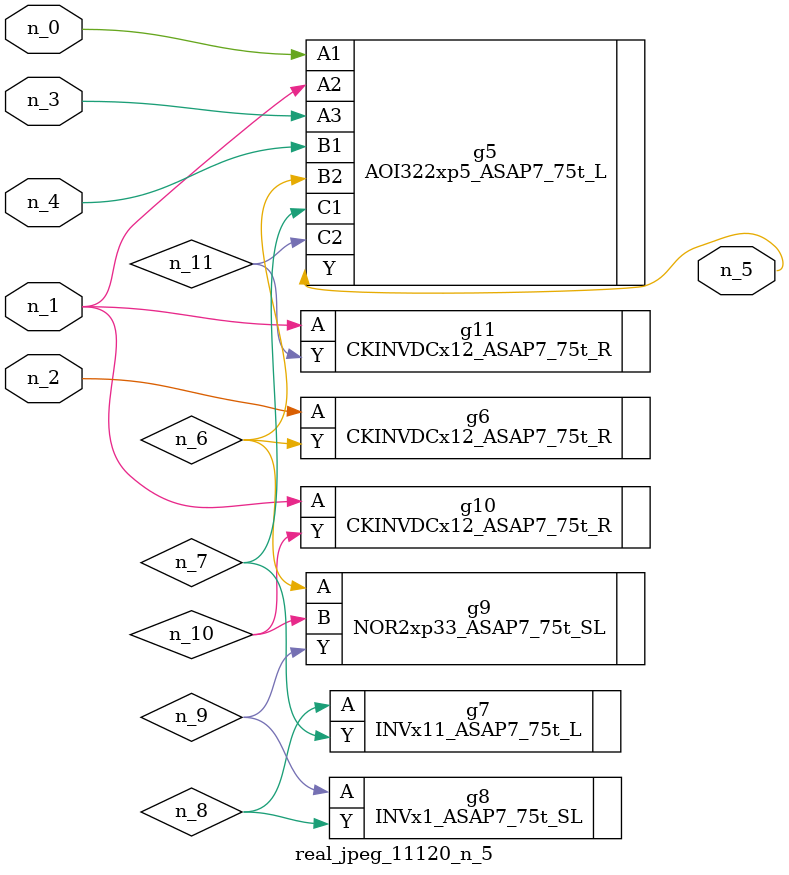
<source format=v>
module real_jpeg_11120_n_5 (n_4, n_0, n_1, n_2, n_3, n_5);

input n_4;
input n_0;
input n_1;
input n_2;
input n_3;

output n_5;

wire n_8;
wire n_11;
wire n_6;
wire n_7;
wire n_10;
wire n_9;

AOI322xp5_ASAP7_75t_L g5 ( 
.A1(n_0),
.A2(n_1),
.A3(n_3),
.B1(n_4),
.B2(n_6),
.C1(n_7),
.C2(n_11),
.Y(n_5)
);

CKINVDCx12_ASAP7_75t_R g10 ( 
.A(n_1),
.Y(n_10)
);

CKINVDCx12_ASAP7_75t_R g11 ( 
.A(n_1),
.Y(n_11)
);

CKINVDCx12_ASAP7_75t_R g6 ( 
.A(n_2),
.Y(n_6)
);

NOR2xp33_ASAP7_75t_SL g9 ( 
.A(n_6),
.B(n_10),
.Y(n_9)
);

INVx11_ASAP7_75t_L g7 ( 
.A(n_8),
.Y(n_7)
);

INVx1_ASAP7_75t_SL g8 ( 
.A(n_9),
.Y(n_8)
);


endmodule
</source>
